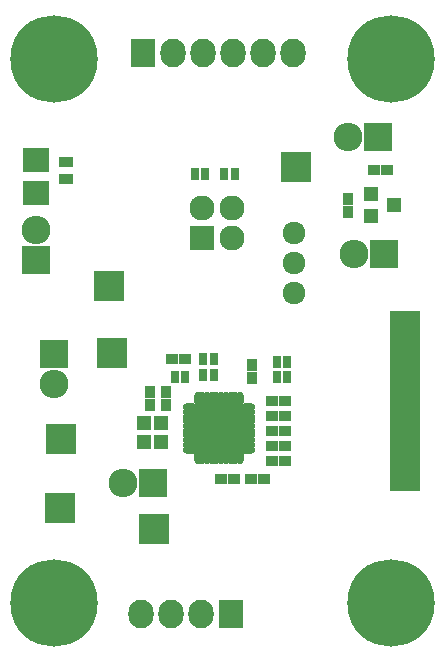
<source format=gts>
G04 #@! TF.FileFunction,Soldermask,Top*
%FSLAX46Y46*%
G04 Gerber Fmt 4.6, Leading zero omitted, Abs format (unit mm)*
G04 Created by KiCad (PCBNEW 4.0.4+e1-6308~48~ubuntu16.04.1-stable) date Tue Oct 11 09:38:20 2016*
%MOMM*%
%LPD*%
G01*
G04 APERTURE LIST*
%ADD10C,0.100000*%
%ADD11O,1.250000X0.600000*%
%ADD12O,0.600000X1.250000*%
%ADD13R,2.200000X2.200000*%
%ADD14R,0.900000X1.000000*%
%ADD15R,1.200000X1.150000*%
%ADD16R,1.000000X0.900000*%
%ADD17R,2.200860X1.997660*%
%ADD18R,2.432000X2.432000*%
%ADD19O,2.432000X2.432000*%
%ADD20R,2.635200X2.635200*%
%ADD21R,2.127200X2.432000*%
%ADD22O,2.127200X2.432000*%
%ADD23R,2.127200X2.127200*%
%ADD24O,2.127200X2.127200*%
%ADD25R,0.800000X1.000000*%
%ADD26R,1.300000X0.900000*%
%ADD27C,1.924000*%
%ADD28R,1.200100X1.200100*%
%ADD29C,7.400000*%
G04 APERTURE END LIST*
D10*
D11*
X151982000Y-141456000D03*
X151982000Y-141856000D03*
X151982000Y-142256000D03*
X151982000Y-142656000D03*
X151982000Y-143056000D03*
X151982000Y-143456000D03*
X151982000Y-143856000D03*
X151982000Y-144256000D03*
X151982000Y-144656000D03*
X151982000Y-145056000D03*
D12*
X152632000Y-145706000D03*
X153032000Y-145706000D03*
X153432000Y-145706000D03*
X153832000Y-145706000D03*
X154232000Y-145706000D03*
X154632000Y-145706000D03*
X155032000Y-145706000D03*
X155432000Y-145706000D03*
X155832000Y-145706000D03*
X156232000Y-145706000D03*
D11*
X156882000Y-145056000D03*
X156882000Y-144656000D03*
X156882000Y-144256000D03*
X156882000Y-143856000D03*
X156882000Y-143456000D03*
X156882000Y-143056000D03*
X156882000Y-142656000D03*
X156882000Y-142256000D03*
X156882000Y-141856000D03*
X156882000Y-141456000D03*
D12*
X156232000Y-140806000D03*
X155832000Y-140806000D03*
X155432000Y-140806000D03*
X155032000Y-140806000D03*
X154632000Y-140806000D03*
X154232000Y-140806000D03*
X153832000Y-140806000D03*
X153432000Y-140806000D03*
X153032000Y-140806000D03*
X152632000Y-140806000D03*
D13*
X155332000Y-144156000D03*
X155332000Y-142356000D03*
X153532000Y-144156000D03*
X153532000Y-142356000D03*
D14*
X148640000Y-140190000D03*
X148640000Y-141290000D03*
D15*
X149570000Y-142830000D03*
X148070000Y-142830000D03*
D14*
X149990000Y-140200000D03*
X149990000Y-141300000D03*
D15*
X149560000Y-144380000D03*
X148060000Y-144380000D03*
D16*
X150425000Y-137400000D03*
X151525000Y-137400000D03*
X155744000Y-147574000D03*
X154644000Y-147574000D03*
D14*
X157226000Y-138980000D03*
X157226000Y-137880000D03*
D16*
X158284000Y-147574000D03*
X157184000Y-147574000D03*
X158962000Y-146050000D03*
X160062000Y-146050000D03*
X158962000Y-144780000D03*
X160062000Y-144780000D03*
X158962000Y-143510000D03*
X160062000Y-143510000D03*
X158962000Y-142240000D03*
X160062000Y-142240000D03*
X158962000Y-140970000D03*
X160062000Y-140970000D03*
X168698000Y-121348500D03*
X167598000Y-121348500D03*
D14*
X165354000Y-124946500D03*
X165354000Y-123846500D03*
D17*
X138938000Y-123339860D03*
X138938000Y-120500140D03*
D18*
X140462000Y-136969500D03*
D19*
X140462000Y-139509500D03*
D18*
X148875000Y-147900000D03*
D19*
X146335000Y-147900000D03*
D20*
X145380000Y-136910000D03*
X141097000Y-144145000D03*
X148925000Y-151750000D03*
X141000000Y-150000000D03*
X170180000Y-147320000D03*
X145150000Y-131200000D03*
X160930000Y-121100000D03*
X170180000Y-137160000D03*
X170180000Y-134620000D03*
D21*
X155500000Y-159000000D03*
D22*
X152960000Y-159000000D03*
X150420000Y-159000000D03*
X147880000Y-159000000D03*
D23*
X152985000Y-127140000D03*
D24*
X152985000Y-124600000D03*
X155525000Y-127140000D03*
X155525000Y-124600000D03*
D20*
X170180000Y-139700000D03*
X170180000Y-142240000D03*
X170180000Y-144780000D03*
D18*
X167894000Y-118554500D03*
D19*
X165354000Y-118554500D03*
D18*
X138938000Y-129032000D03*
D19*
X138938000Y-126492000D03*
D18*
X168402000Y-128460500D03*
D19*
X165862000Y-128460500D03*
D21*
X148000000Y-111500000D03*
D22*
X150540000Y-111500000D03*
X153080000Y-111500000D03*
X155620000Y-111500000D03*
X158160000Y-111500000D03*
X160700000Y-111500000D03*
D25*
X153100000Y-138750000D03*
X154000000Y-138750000D03*
X154025000Y-137350000D03*
X153125000Y-137350000D03*
X150700000Y-138875000D03*
X151600000Y-138875000D03*
X152400000Y-121700000D03*
X153300000Y-121700000D03*
X154900000Y-121700000D03*
X155800000Y-121700000D03*
X160216000Y-138938000D03*
X159316000Y-138938000D03*
X159316000Y-137668000D03*
X160216000Y-137668000D03*
D26*
X141478000Y-120662000D03*
X141478000Y-122162000D03*
D27*
X160782000Y-129286000D03*
X160782000Y-126746000D03*
X160782000Y-131826000D03*
D28*
X167272240Y-123384976D03*
X167272240Y-125284976D03*
X169271220Y-124334976D03*
D29*
X169000000Y-112000000D03*
X140500000Y-112000000D03*
X169000000Y-158000000D03*
X140500000Y-158000000D03*
M02*

</source>
